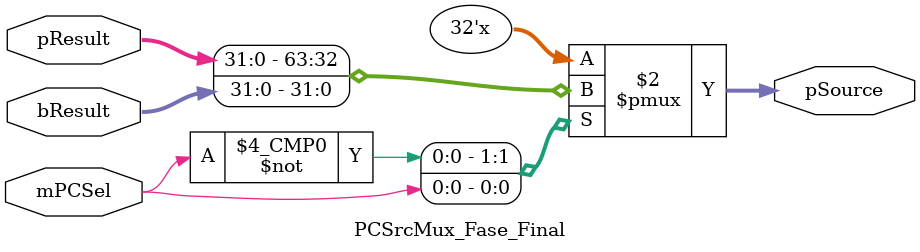
<source format=v>
module PCSrcMux_Fase_Final(
	input mPCSel,
	input [31:0]pResult, bResult,
	output reg [31:0]pSource
);

//2 - Declaracion de cables y registros

//3 - Cuerpo del modulo

//Bloque secuencial
always @*
begin
	case(mPCSel)
	1'b0:
		pSource = pResult;
	1'b1:
		pSource = bResult;
	default:
		pSource = 32'bz;
	endcase
end

endmodule


</source>
